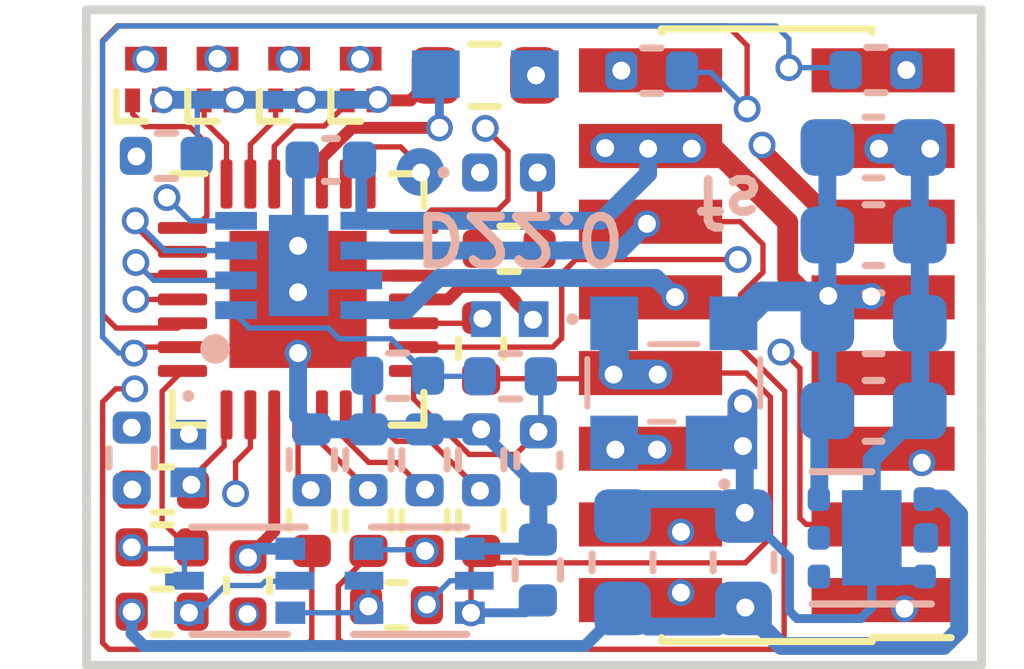
<source format=kicad_pcb>
(kicad_pcb (version 20171130) (host pcbnew "(5.1.12)-1")
  (title_block (title "RTB D22 Plux16 Decoder") (date 2024-11-18) (rev 0) (company "Frank Schumacher") (comment 1 "Lok Decoder Plux16") (comment 2 D22.0) (comment 4 "Licensed under the Apache License, Version 2"))
  (layers (0 F.Cu signal) (1 In1.Cu signal hide) (2 In2.Cu signal hide) (3 In3.Cu signal hide) (4 In4.Cu signal hide) (31 B.Cu signal) (34 B.Paste user hide) (35 F.Paste user hide) (36 B.SilkS user) (37 F.SilkS user) (38 B.Mask user hide) (39 F.Mask user hide) (44 Edge.Cuts user))
  (net 0 "")
  (net 1 GND)
  (net 2 +3V3)
  (net 3 DCC-b)
  (net 4 DCC-a)
  (net 5 RCM.tx)
  (net 6 UDCC-a)
  (net 7 UDCC-b)
  (net 8 ISENS)
  (net 9 PWM2)
  (net 10 PWM1)
  (net 11 M1)
  (net 12 M2)
  (net 13 uSENS2)
  (net 14 uSENS1)
  (net 15 "Net-(Q1-Pad5)")
  (net 16 VHBR)
  (net 17 "Net-(Q2-Pad5)")
  (net 18 UPDI)
  (net 19 Lr)
  (net 20 Lf)
  (net 21 F0r)
  (net 22 F0f)
  (net 23 Vref)
  (net 24 LED.hbt)
  (net 25 "Net-(IC3-Pad1)")
  (net 26 "Net-(Q1-Pad1)")
  (net 27 "Net-(Q2-Pad2)")
  (net 28 AUX1)
  (net 29 AUX2)
  (net 30 P2)
  (net 31 P1)
  (net 32 aSENSE)
  (net 33 DCC-b')
  (net 34 DCC-a')
  (net 35 "Net-(D3-Pad2)")
  (net 36 "Net-(IC2-Pad2)")
  (net 37 "Net-(Q3-Pad2)")
  (net 38 "Net-(J1-Pad16)")
  (net 39 "Net-(J1-Pad15)")
  (net 40 SUSI.dat)
  (net 41 SUSI.clk)
  (net 42 AUX3)
  (net 43 AUX4)
  (module RTB:SON50P200X200X80-9N (layer B.Cu) (at 56.06 -44.65)
    (fp_text reference IC3)
    (fp_text value DRV8231ADSGR)
    (pad 9 smd rect (at 0 0) (size 1 1.7) (layers B.Cu B.Paste B.Mask) (net 1 GND))
    (pad 8 smd rect (at 1.05 0.75 270) (size 0.3 0.7) (layers B.Cu B.Paste B.Mask) (net 12 M2))
    (pad 7 smd rect (at 1.05 0.25 270) (size 0.3 0.7) (layers B.Cu B.Paste B.Mask) (net 1 GND))
    (pad 6 smd rect (at 1.05 -0.25 270) (size 0.3 0.7) (layers B.Cu B.Paste B.Mask) (net 11 M1))
    (pad 5 smd rect (at 1.05 -0.75 270) (size 0.3 0.7) (layers B.Cu B.Paste B.Mask) (net 16 VHBR))
    (pad 4 smd rect (at -1.05 -0.75 270) (size 0.3 0.7) (layers B.Cu B.Paste B.Mask) (net 23 Vref))
    (pad 3 smd rect (at -1.05 -0.25 270) (size 0.3 0.7) (layers B.Cu B.Paste B.Mask) (net 10 PWM1))
    (pad 2 smd rect (at -1.05 0.25 270) (size 0.3 0.7) (layers B.Cu B.Paste B.Mask) (net 9 PWM2))
    (pad 1 smd rect (at -1.05 0.75 270) (size 0.3 0.7) (layers B.Cu B.Paste B.Mask) (net 25 "Net-(IC3-Pad1)"))
  )
  (module RTB:BF998215 (layer B.Cu) (at 62.35 -42.305 180)
    (fp_text reference D8)
    (fp_text value BAS3007ARPPE6327HTSA1)
    (pad 4 smd rect (at -1 1.375 90) (size 0.9 0.8) (layers B.Cu B.Paste B.Mask) (net 16 VHBR))
    (pad 3 smd rect (at 1 1.375 90) (size 0.9 0.8) (layers B.Cu B.Paste B.Mask) (net 3 DCC-b))
    (pad 2 smd rect (at 1 -0.625 90) (size 0.9 0.8) (layers B.Cu B.Paste B.Mask) (net 4 DCC-a))
    (pad 1 smd rect (at -0.8 -0.625 90) (size 0.9 1.2) (layers B.Cu B.Paste B.Mask) (net 1 GND))
  )
  (module Resistor_SMD:R_0402_1005Metric (layer B.Cu) (at 61.98 -47.92 180)
    (fp_text reference R22)
    (fp_text value 470)
    (pad 2 smd roundrect (at 0.51 0 180) (size 0.54 0.64) (layers B.Cu B.Paste B.Mask) (net 38 "Net-(J1-Pad16)"))
    (pad 1 smd roundrect (at -0.51 0 180) (size 0.54 0.64) (layers B.Cu B.Paste B.Mask) (net 40 SUSI.dat))
  )
  (module Resistor_SMD:R_0402_1005Metric (layer B.Cu) (at 65.74 -47.93 180)
    (fp_text reference R21)
    (fp_text value 470)
    (pad 2 smd roundrect (at 0.51 0 180) (size 0.54 0.64) (layers B.Cu B.Paste B.Mask) (net 41 SUSI.clk))
    (pad 1 smd roundrect (at -0.51 0 180) (size 0.54 0.64) (layers B.Cu B.Paste B.Mask) (net 39 "Net-(J1-Pad15)"))
  )
  (module Capacitor_SMD:C_0402_1005Metric (layer F.Cu) (at 55.21 -39.28 270)
    (fp_text reference C8)
    (fp_text value 100n)
    (pad 2 smd roundrect (at 0.48 0 270) (size 0.56 0.62) (layers F.Cu F.Paste F.Mask) (net 1 GND))
    (pad 1 smd roundrect (at -0.48 0 270) (size 0.56 0.62) (layers F.Cu F.Paste F.Mask) (net 2 +3V3))
  )
  (module Capacitor_SMD:C_0603_1608Metric (layer B.Cu) (at 65.7 -42.21)
    (fp_text reference C1)
    (fp_text value 22u/25V)
    (pad 2 smd roundrect (at 0.775 0) (size 0.9 0.95) (layers B.Cu B.Paste B.Mask) (net 1 GND))
    (pad 1 smd roundrect (at -0.775 0) (size 0.9 0.95) (layers B.Cu B.Paste B.Mask) (net 16 VHBR))
  )
  (module Capacitor_SMD:C_0402_1005Metric (layer B.Cu) (at 56.6 -46.42 180)
    (fp_text reference C10)
    (fp_text value 100n)
    (pad 2 smd roundrect (at 0.48 0 180) (size 0.56 0.62) (layers B.Cu B.Paste B.Mask) (net 1 GND))
    (pad 1 smd roundrect (at -0.48 0 180) (size 0.56 0.62) (layers B.Cu B.Paste B.Mask) (net 16 VHBR))
  )
  (module Resistor_SMD:R_0402_1005Metric (layer B.Cu) (at 53.84 -46.49 180)
    (fp_text reference R20)
    (fp_text value 47k)
    (pad 2 smd roundrect (at 0.51 0 180) (size 0.54 0.64) (layers B.Cu B.Paste B.Mask) (net 32 aSENSE))
    (pad 1 smd roundrect (at -0.51 0 180) (size 0.54 0.64) (layers B.Cu B.Paste B.Mask) (net 37 "Net-(Q3-Pad2)"))
  )
  (module Resistor_SMD:R_0603_1608Metric (layer F.Cu) (at 59.18 -47.84 180)
    (fp_text reference R19)
    (fp_text value 1)
    (pad 2 smd roundrect (at 0.825 0 180) (size 0.8 0.95) (layers F.Cu F.Paste F.Mask) (net 37 "Net-(Q3-Pad2)"))
    (pad 1 smd roundrect (at -0.825 0 180) (size 0.8 0.95) (layers F.Cu F.Paste F.Mask) (net 1 GND))
  )
  (module Resistor_SMD:R_0402_1005Metric (layer F.Cu) (at 59.59 -44.93)
    (fp_text reference R3 hide)
    (fp_text value 3.3k)
    (pad 1 smd roundrect (at -0.51 0) (size 0.54 0.64) (layers F.Cu F.Paste F.Mask) (net 24 LED.hbt))
    (pad 2 smd roundrect (at 0.51 0) (size 0.54 0.64) (layers F.Cu F.Paste F.Mask) (net 35 "Net-(D3-Pad2)"))
  )
  (module Package_SON:WSON-6-1EP_2x2mm_P0.65mm_EP1x1.6mm (layer B.Cu) (at 65.67 -40.08 180)
    (fp_text reference IC2)
    (fp_text value NCP730BM)
    (pad 7 smd rect (at 0 0 180) (size 1 1.6) (layers B.Cu B.Mask) (net 1 GND))
    (pad 6 smd roundrect (at 0.8875 0.65 180) (size 0.375 0.4) (layers B.Cu B.Paste B.Mask) (net 16 VHBR))
    (pad 5 smd roundrect (at 0.8875 0 180) (size 0.375 0.4) (layers B.Cu B.Paste B.Mask))
    (pad 4 smd roundrect (at 0.8875 -0.65 180) (size 0.375 0.4) (layers B.Cu B.Paste B.Mask))
    (pad 3 smd roundrect (at -0.8875 -0.65 180) (size 0.375 0.4) (layers B.Cu B.Paste B.Mask) (net 1 GND))
    (pad 2 smd roundrect (at -0.8875 0 180) (size 0.375 0.4) (layers B.Cu B.Paste B.Mask) (net 36 "Net-(IC2-Pad2)"))
    (pad 1 smd roundrect (at -0.8875 0.65 180) (size 0.375 0.4) (layers B.Cu B.Paste B.Mask) (net 2 +3V3))
  )
  (module Connector_PinHeader_1.27mm:PinHeader_2x08_P1.27mm_Vertical_SMD (layer F.Cu) (at 63.91 -43.48 180)
    (fp_text reference J1 hide)
    (fp_text value Conn_02x08_Counter_Clockwise)
    (pad 16 smd rect (at 1.95 4.445 180) (size 2.4 0.74) (layers F.Cu F.Paste F.Mask) (net 38 "Net-(J1-Pad16)"))
    (pad 15 smd rect (at -1.95 4.445 180) (size 2.4 0.74) (layers F.Cu F.Paste F.Mask) (net 39 "Net-(J1-Pad15)"))
    (pad 14 smd rect (at 1.95 3.175 180) (size 2.4 0.74) (layers F.Cu F.Paste F.Mask) (net 16 VHBR))
    (pad 13 smd rect (at -1.95 3.175 180) (size 2.4 0.74) (layers F.Cu F.Paste F.Mask) (net 1 GND))
    (pad 12 smd rect (at 1.95 1.905 180) (size 2.4 0.74) (layers F.Cu F.Paste F.Mask) (net 11 M1))
    (pad 11 smd rect (at -1.95 1.905 180) (size 2.4 0.74) (layers F.Cu F.Paste F.Mask) (net 20 Lf))
    (pad 10 smd rect (at 1.95 0.635 180) (size 2.4 0.74) (layers F.Cu F.Paste F.Mask) (net 12 M2))
    (pad 9 smd rect (at -1.95 0.635 180) (size 2.4 0.74) (layers F.Cu F.Paste F.Mask) (net 16 VHBR))
    (pad 8 smd rect (at 1.95 -0.635 180) (size 2.4 0.74) (layers F.Cu F.Paste F.Mask) (net 3 DCC-b))
    (pad 7 smd rect (at -1.95 -0.635 180) (size 2.4 0.74) (layers F.Cu F.Paste F.Mask))
    (pad 6 smd rect (at 1.95 -1.905 180) (size 2.4 0.74) (layers F.Cu F.Paste F.Mask) (net 4 DCC-a))
    (pad 5 smd rect (at -1.95 -1.905 180) (size 2.4 0.74) (layers F.Cu F.Paste F.Mask) (net 19 Lr))
    (pad 4 smd rect (at 1.95 -3.175 180) (size 2.4 0.74) (layers F.Cu F.Paste F.Mask) (net 31 P1))
    (pad 3 smd rect (at -1.95 -3.175 180) (size 2.4 0.74) (layers F.Cu F.Paste F.Mask) (net 42 AUX3))
    (pad 2 smd rect (at 1.95 -4.445 180) (size 2.4 0.74) (layers F.Cu F.Paste F.Mask) (net 30 P2))
    (pad 1 smd rect (at -1.95 -4.445 180) (size 2.4 0.74) (layers F.Cu F.Paste F.Mask) (net 43 AUX4))
  )
  (module RTB:SM5819L2TP (layer B.Cu) (at 54.21 -41.41 270)
    (fp_text reference D2)
    (fp_text value SM5819L2-TP)
    (pad 1 smd rect (at -0.4 0 270) (size 0.5 0.6) (layers B.Cu B.Paste B.Mask) (net 2 +3V3))
    (pad 2 smd rect (at 0.4 0 270) (size 0.5 0.6) (layers B.Cu B.Paste B.Mask) (net 34 DCC-a'))
  )
  (module RTB:SM5819L2TP (layer B.Cu) (at 59.6 -43.75 180)
    (fp_text reference D1)
    (fp_text value SM5819L2-TP)
    (pad 1 smd rect (at -0.4 0 180) (size 0.5 0.6) (layers B.Cu B.Paste B.Mask) (net 2 +3V3))
    (pad 2 smd rect (at 0.4 0 180) (size 0.5 0.6) (layers B.Cu B.Paste B.Mask) (net 33 DCC-b'))
  )
  (module Capacitor_SMD:C_0603_1608Metric (layer B.Cu) (at 63.52 -39.67 90)
    (fp_text reference C5)
    (fp_text value 22u/6V)
    (pad 2 smd roundrect (at 0.775 0 90) (size 0.9 0.95) (layers B.Cu B.Paste B.Mask) (net 1 GND))
    (pad 1 smd roundrect (at -0.775 0 90) (size 0.9 0.95) (layers B.Cu B.Paste B.Mask) (net 2 +3V3))
  )
  (module Capacitor_SMD:C_0603_1608Metric (layer B.Cu) (at 61.49 -39.67 90)
    (fp_text reference C3)
    (fp_text value 22u/6V)
    (pad 2 smd roundrect (at 0.775 0 90) (size 0.9 0.95) (layers B.Cu B.Paste B.Mask) (net 1 GND))
    (pad 1 smd roundrect (at -0.775 0 90) (size 0.9 0.95) (layers B.Cu B.Paste B.Mask) (net 2 +3V3))
  )
  (module RTB:DummyNet-Connector (layer B.Cu) (at 58.36 -47.86)
    (fp_text reference J3)
    (fp_text value Conn_01x01 hide)
    (pad 1 smd rect (at 0 0) (size 0.8 0.8) (layers B.Cu B.Mask) (net 2 +3V3))
  )
  (module RTB:DummyNet-Connector (layer B.Cu) (at 60.02 -47.86)
    (fp_text reference J4 hide)
    (fp_text value Conn_01x01 hide)
    (pad 1 smd rect (at 0 0) (size 0.8 0.8) (layers B.Cu B.Mask) (net 1 GND))
  )
  (module RTB:DummyNet-Connector (layer B.Cu) (at 58.1 -46.22)
    (fp_text reference J2 hide)
    (fp_text value Conn_01x01 hide)
    (pad 1 smd oval (at 0 0) (size 0.8 0.8) (layers B.Cu B.Mask) (net 18 UPDI))
  )
  (module Package_DFN_QFN:QFN-28-1EP_4x4mm_P0.4mm_EP2.3x2.3mm (layer F.Cu) (at 56.05 -44.08)
    (fp_text reference IC1 hide)
    (fp_text value AVR64DD28-I_STX)
    (pad 1 smd roundrect (at -1.9375 -1.2) (size 0.825 0.2) (layers F.Cu F.Paste F.Mask) (net 28 AUX1))
    (pad 2 smd roundrect (at -1.9375 -0.8) (size 0.825 0.2) (layers F.Cu F.Paste F.Mask) (net 10 PWM1))
    (pad 3 smd roundrect (at -1.9375 -0.4) (size 0.825 0.2) (layers F.Cu F.Paste F.Mask) (net 9 PWM2))
    (pad 4 smd roundrect (at -1.9375 0) (size 0.825 0.2) (layers F.Cu F.Paste F.Mask) (net 43 AUX4))
    (pad 5 smd roundrect (at -1.9375 0.4) (size 0.825 0.2) (layers F.Cu F.Paste F.Mask) (net 40 SUSI.dat))
    (pad 6 smd roundrect (at -1.9375 0.8) (size 0.825 0.2) (layers F.Cu F.Paste F.Mask) (net 41 SUSI.clk))
    (pad 7 smd roundrect (at -1.9375 1.2) (size 0.825 0.2) (layers F.Cu F.Paste F.Mask) (net 5 RCM.tx))
    (pad 8 smd roundrect (at -1.2 1.9375) (size 0.2 0.825) (layers F.Cu F.Paste F.Mask) (net 34 DCC-a'))
    (pad 9 smd roundrect (at -0.8 1.9375) (size 0.2 0.825) (layers F.Cu F.Paste F.Mask) (net 32 aSENSE))
    (pad 10 smd roundrect (at -0.4 1.9375) (size 0.2 0.825) (layers F.Cu F.Paste F.Mask) (net 2 +3V3))
    (pad 11 smd roundrect (at 0 1.9375) (size 0.2 0.825) (layers F.Cu F.Paste F.Mask) (net 13 uSENS2))
    (pad 12 smd roundrect (at 0.4 1.9375) (size 0.2 0.825) (layers F.Cu F.Paste F.Mask) (net 14 uSENS1))
    (pad 13 smd roundrect (at 0.8 1.9375) (size 0.2 0.825) (layers F.Cu F.Paste F.Mask) (net 6 UDCC-a))
    (pad 14 smd roundrect (at 1.2 1.9375) (size 0.2 0.825) (layers F.Cu F.Paste F.Mask) (net 7 UDCC-b))
    (pad 15 smd roundrect (at 1.9375 1.2) (size 0.825 0.2) (layers F.Cu F.Paste F.Mask) (net 8 ISENS))
    (pad 16 smd roundrect (at 1.9375 0.8) (size 0.825 0.2) (layers F.Cu F.Paste F.Mask) (net 23 Vref))
    (pad 17 smd roundrect (at 1.9375 0.4) (size 0.825 0.2) (layers F.Cu F.Paste F.Mask) (net 33 DCC-b'))
    (pad 18 smd roundrect (at 1.9375 0) (size 0.825 0.2) (layers F.Cu F.Paste F.Mask) (net 2 +3V3))
    (pad 19 smd roundrect (at 1.9375 -0.4) (size 0.825 0.2) (layers F.Cu F.Paste F.Mask) (net 1 GND))
    (pad 20 smd roundrect (at 1.9375 -0.8) (size 0.825 0.2) (layers F.Cu F.Paste F.Mask) (net 24 LED.hbt))
    (pad 21 smd roundrect (at 1.9375 -1.2) (size 0.825 0.2) (layers F.Cu F.Paste F.Mask) (net 42 AUX3))
    (pad 22 smd roundrect (at 1.2 -1.9375) (size 0.2 0.825) (layers F.Cu F.Paste F.Mask))
    (pad 23 smd roundrect (at 0.8 -1.9375) (size 0.2 0.825) (layers F.Cu F.Paste F.Mask) (net 18 UPDI))
    (pad 24 smd roundrect (at 0.4 -1.9375) (size 0.2 0.825) (layers F.Cu F.Paste F.Mask) (net 2 +3V3))
    (pad 25 smd roundrect (at 0 -1.9375) (size 0.2 0.825) (layers F.Cu F.Paste F.Mask) (net 1 GND))
    (pad 26 smd roundrect (at -0.4 -1.9375) (size 0.2 0.825) (layers F.Cu F.Paste F.Mask) (net 29 AUX2))
    (pad 27 smd roundrect (at -0.8 -1.9375) (size 0.2 0.825) (layers F.Cu F.Paste F.Mask) (net 21 F0r))
    (pad 28 smd roundrect (at -1.2 -1.9375) (size 0.2 0.825) (layers F.Cu F.Paste F.Mask) (net 22 F0f))
    (pad 29 smd rect (at 0 0) (size 2.3 2.3) (layers F.Cu F.Mask) (net 1 GND))
  )
  (module Capacitor_SMD:C_0603_1608Metric (layer B.Cu) (at 65.7 -46.63)
    (fp_text reference C7 hide)
    (fp_text value 10u/25V)
    (pad 2 smd roundrect (at 0.775 0) (size 0.9 0.95) (layers B.Cu B.Paste B.Mask) (net 1 GND))
    (pad 1 smd roundrect (at -0.775 0) (size 0.9 0.95) (layers B.Cu B.Paste B.Mask) (net 16 VHBR))
  )
  (module Capacitor_SMD:C_0603_1608Metric (layer B.Cu) (at 65.7 -45.16)
    (fp_text reference C4 hide)
    (fp_text value 22u/25V)
    (pad 2 smd roundrect (at 0.775 0) (size 0.9 0.95) (layers B.Cu B.Paste B.Mask) (net 1 GND))
    (pad 1 smd roundrect (at -0.775 0) (size 0.9 0.95) (layers B.Cu B.Paste B.Mask) (net 16 VHBR))
  )
  (module Package_DFN_QFN:Diodes_DFN1006-3 (layer F.Cu) (at 53.5 -47.77 90)
    (fp_text reference Q6 hide)
    (fp_text value PMZB200UNEYL)
    (pad 3 smd rect (at 0.35 0) (size 0.7 0.4) (layers F.Cu F.Paste F.Mask) (net 31 P1))
    (pad 2 smd rect (at -0.35 0.225) (size 0.25 0.4) (layers F.Cu F.Paste F.Mask) (net 37 "Net-(Q3-Pad2)"))
    (pad 1 smd rect (at -0.35 -0.225) (size 0.25 0.4) (layers F.Cu F.Paste F.Mask) (net 28 AUX1))
  )
  (module Package_DFN_QFN:Diodes_DFN1006-3 (layer F.Cu) (at 57.1 -47.77 90)
    (fp_text reference Q4 hide)
    (fp_text value PMZB200UNEYL)
    (pad 3 smd rect (at 0.35 0) (size 0.7 0.4) (layers F.Cu F.Paste F.Mask) (net 30 P2))
    (pad 2 smd rect (at -0.35 0.225) (size 0.25 0.4) (layers F.Cu F.Paste F.Mask) (net 37 "Net-(Q3-Pad2)"))
    (pad 1 smd rect (at -0.35 -0.225) (size 0.25 0.4) (layers F.Cu F.Paste F.Mask) (net 29 AUX2))
  )
  (module Package_TO_SOT_SMD:SOT-666 (layer B.Cu) (at 55.07 -39.36 180)
    (fp_text reference Q2 hide)
    (fp_text value BC857BDW1 hide)
    (pad 6 smd rect (at 0.85 0.5375 180) (size 0.5 0.375) (layers B.Cu B.Paste B.Mask) (net 17 "Net-(Q2-Pad5)"))
    (pad 4 smd rect (at 0.85 -0.5375 180) (size 0.5 0.375) (layers B.Cu B.Paste B.Mask) (net 27 "Net-(Q2-Pad2)"))
    (pad 2 smd rect (at -0.925 0 180) (size 0.65 0.3) (layers B.Cu B.Paste B.Mask) (net 27 "Net-(Q2-Pad2)"))
    (pad 5 smd rect (at 0.925 0 180) (size 0.65 0.3) (layers B.Cu B.Paste B.Mask) (net 17 "Net-(Q2-Pad5)"))
    (pad 3 smd rect (at -0.85 -0.5375 180) (size 0.5 0.375) (layers B.Cu B.Paste B.Mask) (net 26 "Net-(Q1-Pad1)"))
    (pad 1 smd rect (at -0.85 0.5375 180) (size 0.5 0.375) (layers B.Cu B.Paste B.Mask) (net 2 +3V3))
  )
  (module LED_SMD:LED_0402_1005Metric (layer B.Cu) (at 59.58 -46.21)
    (fp_text reference D3 hide)
    (fp_text value LED)
    (pad 2 smd roundrect (at 0.485 0) (size 0.59 0.64) (layers B.Cu B.Paste B.Mask) (net 35 "Net-(D3-Pad2)"))
    (pad 1 smd roundrect (at -0.485 0) (size 0.59 0.64) (layers B.Cu B.Paste B.Mask) (net 1 GND))
  )
  (module Package_DFN_QFN:Diodes_DFN1006-3 (layer F.Cu) (at 54.7 -47.77 90)
    (fp_text reference Q3 hide)
    (fp_text value PMZB200UNEYL)
    (pad 3 smd rect (at 0.35 0) (size 0.7 0.4) (layers F.Cu F.Paste F.Mask) (net 20 Lf))
    (pad 2 smd rect (at -0.35 0.225) (size 0.25 0.4) (layers F.Cu F.Paste F.Mask) (net 37 "Net-(Q3-Pad2)"))
    (pad 1 smd rect (at -0.35 -0.225) (size 0.25 0.4) (layers F.Cu F.Paste F.Mask) (net 22 F0f))
  )
  (module Package_DFN_QFN:Diodes_DFN1006-3 (layer F.Cu) (at 55.9 -47.77 90)
    (fp_text reference Q5 hide)
    (fp_text value PMZB200UNEYL)
    (pad 3 smd rect (at 0.35 0) (size 0.7 0.4) (layers F.Cu F.Paste F.Mask) (net 19 Lr))
    (pad 2 smd rect (at -0.35 0.225) (size 0.25 0.4) (layers F.Cu F.Paste F.Mask) (net 37 "Net-(Q3-Pad2)"))
    (pad 1 smd rect (at -0.35 -0.225) (size 0.25 0.4) (layers F.Cu F.Paste F.Mask) (net 21 F0r))
  )
  (module Capacitor_SMD:C_0603_1608Metric (layer B.Cu) (at 65.7 -43.68)
    (fp_text reference C2 hide)
    (fp_text value 22u/25V)
    (pad 2 smd roundrect (at 0.775 0) (size 0.9 0.95) (layers B.Cu B.Paste B.Mask) (net 1 GND))
    (pad 1 smd roundrect (at -0.775 0) (size 0.9 0.95) (layers B.Cu B.Paste B.Mask) (net 16 VHBR))
  )
  (module Resistor_SMD:R_0402_1005Metric (layer F.Cu) (at 53.77 -38.84)
    (fp_text reference R4 hide)
    (fp_text value 22)
    (pad 1 smd roundrect (at -0.51 0) (size 0.54 0.64) (layers F.Cu F.Paste F.Mask) (net 2 +3V3))
    (pad 2 smd roundrect (at 0.51 0) (size 0.54 0.64) (layers F.Cu F.Paste F.Mask) (net 27 "Net-(Q2-Pad2)"))
  )
  (module Resistor_SMD:R_0402_1005Metric (layer F.Cu) (at 57.7 -38.95 180)
    (fp_text reference R5 hide)
    (fp_text value 10k)
    (pad 1 smd roundrect (at -0.51 0 180) (size 0.54 0.64) (layers F.Cu F.Paste F.Mask) (net 15 "Net-(Q1-Pad5)"))
    (pad 2 smd roundrect (at 0.51 0 180) (size 0.54 0.64) (layers F.Cu F.Paste F.Mask) (net 26 "Net-(Q1-Pad1)"))
  )
  (module Capacitor_SMD:C_0402_1005Metric (layer B.Cu) (at 60.08 -41.38 270)
    (fp_text reference C6 hide)
    (fp_text value 1u hide)
    (pad 1 smd roundrect (at -0.48 0 270) (size 0.56 0.62) (layers B.Cu B.Paste B.Mask) (net 8 ISENS))
    (pad 2 smd roundrect (at 0.48 0 270) (size 0.56 0.62) (layers B.Cu B.Paste B.Mask) (net 1 GND))
  )
  (module Resistor_SMD:R_0402_1005Metric (layer B.Cu) (at 59.12 -41.39 90)
    (fp_text reference R10 hide)
    (fp_text value 9.1k)
    (pad 1 smd roundrect (at -0.51 0 90) (size 0.54 0.64) (layers B.Cu B.Paste B.Mask) (net 7 UDCC-b))
    (pad 2 smd roundrect (at 0.51 0 90) (size 0.54 0.64) (layers B.Cu B.Paste B.Mask) (net 1 GND))
  )
  (module Resistor_SMD:R_0402_1005Metric (layer B.Cu) (at 58.17 -41.39 90)
    (fp_text reference R9 hide)
    (fp_text value 9.1k)
    (pad 1 smd roundrect (at -0.51 0 90) (size 0.54 0.64) (layers B.Cu B.Paste B.Mask) (net 6 UDCC-a))
    (pad 2 smd roundrect (at 0.51 0 90) (size 0.54 0.64) (layers B.Cu B.Paste B.Mask) (net 1 GND))
  )
  (module Resistor_SMD:R_0402_1005Metric (layer B.Cu) (at 56.28 -41.39 270)
    (fp_text reference R16 hide)
    (fp_text value 12k)
    (pad 1 smd roundrect (at -0.51 0 270) (size 0.54 0.64) (layers B.Cu B.Paste B.Mask) (net 1 GND))
    (pad 2 smd roundrect (at 0.51 0 270) (size 0.54 0.64) (layers B.Cu B.Paste B.Mask) (net 13 uSENS2))
  )
  (module Resistor_SMD:R_0402_1005Metric (layer B.Cu) (at 57.23 -41.39 270)
    (fp_text reference R18 hide)
    (fp_text value 12k)
    (pad 1 smd roundrect (at -0.51 0 270) (size 0.54 0.64) (layers B.Cu B.Paste B.Mask) (net 1 GND))
    (pad 2 smd roundrect (at 0.51 0 270) (size 0.54 0.64) (layers B.Cu B.Paste B.Mask) (net 14 uSENS1))
  )
  (module Resistor_SMD:R_0402_1005Metric (layer B.Cu) (at 60.07 -39.54 270)
    (fp_text reference R12 hide)
    (fp_text value 10k)
    (pad 1 smd roundrect (at -0.51 0 270) (size 0.54 0.64) (layers B.Cu B.Paste B.Mask) (net 1 GND))
    (pad 2 smd roundrect (at 0.51 0 270) (size 0.54 0.64) (layers B.Cu B.Paste B.Mask) (net 3 DCC-b))
  )
  (module Resistor_SMD:R_0402_1005Metric (layer B.Cu) (at 53.26 -41.42 270)
    (fp_text reference R11 hide)
    (fp_text value 10k)
    (pad 1 smd roundrect (at -0.51 0 270) (size 0.54 0.64) (layers B.Cu B.Paste B.Mask) (net 1 GND))
    (pad 2 smd roundrect (at 0.51 0 270) (size 0.54 0.64) (layers B.Cu B.Paste B.Mask) (net 4 DCC-a))
  )
  (module Resistor_SMD:R_0402_1005Metric (layer F.Cu) (at 53.78 -40.89)
    (fp_text reference R2 hide)
    (fp_text value 33k)
    (pad 1 smd roundrect (at -0.51 0) (size 0.54 0.64) (layers F.Cu F.Paste F.Mask) (net 4 DCC-a))
    (pad 2 smd roundrect (at 0.51 0) (size 0.54 0.64) (layers F.Cu F.Paste F.Mask) (net 34 DCC-a'))
  )
  (module Resistor_SMD:R_0402_1005Metric (layer F.Cu) (at 59.12 -43.26 90)
    (fp_text reference R1 hide)
    (fp_text value 33k)
    (pad 1 smd roundrect (at -0.51 0 90) (size 0.54 0.64) (layers F.Cu F.Paste F.Mask) (net 3 DCC-b))
    (pad 2 smd roundrect (at 0.51 0 90) (size 0.54 0.64) (layers F.Cu F.Paste F.Mask) (net 33 DCC-b'))
  )
  (module Resistor_SMD:R_0402_1005Metric (layer F.Cu) (at 57.23 -40.37 270)
    (fp_text reference R17 hide)
    (fp_text value 33k)
    (pad 1 smd roundrect (at -0.51 0 270) (size 0.54 0.64) (layers F.Cu F.Paste F.Mask) (net 14 uSENS1))
    (pad 2 smd roundrect (at 0.51 0 270) (size 0.54 0.64) (layers F.Cu F.Paste F.Mask) (net 11 M1))
  )
  (module Resistor_SMD:R_0402_1005Metric (layer F.Cu) (at 56.28 -40.37 270)
    (fp_text reference R15 hide)
    (fp_text value 33k)
    (pad 1 smd roundrect (at -0.51 0 270) (size 0.54 0.64) (layers F.Cu F.Paste F.Mask) (net 13 uSENS2))
    (pad 2 smd roundrect (at 0.51 0 270) (size 0.54 0.64) (layers F.Cu F.Paste F.Mask) (net 12 M2))
  )
  (module Resistor_SMD:R_0402_1005Metric (layer F.Cu) (at 58.17 -40.37 90)
    (fp_text reference R7 hide)
    (fp_text value 220k)
    (pad 1 smd roundrect (at -0.51 0 90) (size 0.54 0.64) (layers F.Cu F.Paste F.Mask) (net 4 DCC-a))
    (pad 2 smd roundrect (at 0.51 0 90) (size 0.54 0.64) (layers F.Cu F.Paste F.Mask) (net 6 UDCC-a))
  )
  (module Resistor_SMD:R_0402_1005Metric (layer F.Cu) (at 59.12 -40.37 90)
    (fp_text reference R8 hide)
    (fp_text value 220k)
    (pad 1 smd roundrect (at -0.51 0 90) (size 0.54 0.64) (layers F.Cu F.Paste F.Mask) (net 3 DCC-b))
    (pad 2 smd roundrect (at 0.51 0 90) (size 0.54 0.64) (layers F.Cu F.Paste F.Mask) (net 7 UDCC-b))
  )
  (module Resistor_SMD:R_0402_1005Metric (layer F.Cu) (at 53.77 -39.92 180)
    (fp_text reference R6 hide)
    (fp_text value 10k)
    (pad 1 smd roundrect (at -0.51 0 180) (size 0.54 0.64) (layers F.Cu F.Paste F.Mask) (net 5 RCM.tx))
    (pad 2 smd roundrect (at 0.51 0 180) (size 0.54 0.64) (layers F.Cu F.Paste F.Mask) (net 17 "Net-(Q2-Pad5)"))
  )
  (module Resistor_SMD:R_0402_1005Metric (layer B.Cu) (at 59.61 -42.79)
    (fp_text reference R14 hide)
    (fp_text value 220k)
    (pad 1 smd roundrect (at -0.51 0) (size 0.54 0.64) (layers B.Cu B.Paste B.Mask) (net 25 "Net-(IC3-Pad1)"))
    (pad 2 smd roundrect (at 0.51 0) (size 0.54 0.64) (layers B.Cu B.Paste B.Mask) (net 8 ISENS))
  )
  (module Resistor_SMD:R_0402_1005Metric (layer B.Cu) (at 57.72 -42.8)
    (fp_text reference R13 hide)
    (fp_text value 3.3k)
    (pad 1 smd roundrect (at -0.51 0) (size 0.54 0.64) (layers B.Cu B.Paste B.Mask) (net 1 GND))
    (pad 2 smd roundrect (at 0.51 0) (size 0.54 0.64) (layers B.Cu B.Paste B.Mask) (net 25 "Net-(IC3-Pad1)"))
  )
  (module Package_TO_SOT_SMD:SOT-666 (layer B.Cu) (at 58.08 -39.36)
    (fp_text reference Q1 hide)
    (fp_text value BC847BDW1 hide)
    (pad 6 smd rect (at 0.85 0.5375) (size 0.5 0.375) (layers B.Cu B.Paste B.Mask) (net 3 DCC-b))
    (pad 4 smd rect (at 0.85 -0.5375) (size 0.5 0.375) (layers B.Cu B.Paste B.Mask) (net 1 GND))
    (pad 2 smd rect (at -0.925 0) (size 0.65 0.3) (layers B.Cu B.Paste B.Mask) (net 26 "Net-(Q1-Pad1)"))
    (pad 5 smd rect (at 0.925 0) (size 0.65 0.3) (layers B.Cu B.Paste B.Mask) (net 15 "Net-(Q1-Pad5)"))
    (pad 3 smd rect (at -0.85 -0.5375) (size 0.5 0.375) (layers B.Cu B.Paste B.Mask) (net 4 DCC-a))
    (pad 1 smd rect (at -0.85 0.5375) (size 0.5 0.375) (layers B.Cu B.Paste B.Mask) (net 26 "Net-(Q1-Pad1)"))
  )
  (gr_text fs (at 63.94 -45.73 180) (layer B.SilkS) (effects (font (size 0.8 0.8)) (justify right mirror)))
  (gr_text D22.0 (at 61.6 -45.11 180) (layer B.SilkS) (effects (font (size 0.8 0.8)) (justify right mirror)))
  (gr_line (start 52.503 -37.94) (end 52.5 -48.94) (layer Edge.Cuts) (width 0.15))
  (gr_line (start 67.50464 -48.94) (end 67.51 -37.94) (layer Edge.Cuts) (width 0.15))
  (gr_line (start 52.5 -48.94) (end 67.50464 -48.94) (layer Edge.Cuts) (width 0.15))
  (gr_line (start 67.51 -37.94) (end 52.503 -37.94) (layer Edge.Cuts) (width 0.15))
  (via (at 55.2 -38.8) (size 0.4) (drill 0.3) (layers F.Cu B.Cu) (net 1))
  (via (at 59.1 -46.21) (size 0.45) (drill 0.3) (layers F.Cu B.Cu) (net 1))
  (via (at 60.04 -47.84) (size 0.45) (drill 0.3) (layers F.Cu B.Cu) (net 1))
  (segment (start 59.12 -41.9) (end 58.17 -41.9) (width 0.3) (layer B.Cu) (net 1))
  (segment (start 58.17 -41.9) (end 57.23 -41.9) (width 0.3) (layer B.Cu) (net 1))
  (segment (start 57.23 -41.9) (end 56.28 -41.9) (width 0.3) (layer B.Cu) (net 1))
  (segment (start 56.45 -44.48) (end 56.05 -44.08) (width 0.2) (layer F.Cu) (net 1))
  (segment (start 57.9875 -44.48) (end 56.45 -44.48) (width 0.2) (layer F.Cu) (net 1))
  (segment (start 59.12 -41.86) (end 60.08 -40.9) (width 0.2) (layer B.Cu) (net 1))
  (segment (start 59.12 -41.9) (end 59.12 -41.9) (width 0.15) (layer B.Cu) (net 1))
  (via (at 53.26 -41.93) (size 0.45) (drill 0.3) (layers F.Cu B.Cu) (net 1))
  (segment (start 58.93 -39.8975) (end 59.0775 -39.8975) (width 0.09) (layer B.Cu) (net 1))
  (segment (start 59.9175 -39.8975) (end 60.07 -40.05) (width 0.15) (layer B.Cu) (net 1))
  (segment (start 58.93 -39.8975) (end 59.9175 -39.8975) (width 0.2) (layer B.Cu) (net 1))
  (segment (start 60.08 -40.06) (end 60.07 -40.05) (width 0.15) (layer B.Cu) (net 1))
  (segment (start 60.08 -40.9) (end 60.08 -40.06) (width 0.3) (layer B.Cu) (net 1))
  (segment (start 59.12 -41.9) (end 59.12 -41.86) (width 0.15) (layer B.Cu) (net 1))
  (via (at 59.12 -41.9) (size 0.45) (drill 0.3) (layers F.Cu B.Cu) (net 1))
  (segment (start 60.07 -40.05) (end 60.205 -40.05) (width 0.15) (layer B.Cu) (net 1))
  (segment (start 66.485 -43.67) (end 66.475 -43.68) (width 0.3) (layer B.Cu) (net 1))
  (segment (start 66.485 -42.21) (end 66.485 -43.67) (width 0.3) (layer B.Cu) (net 1))
  (segment (start 66.475 -43.68) (end 66.475 -45.16) (width 0.3) (layer B.Cu) (net 1))
  (segment (start 66.475 -45.16) (end 66.475 -46.63) (width 0.3) (layer B.Cu) (net 1))
  (segment (start 66.475 -46.63) (end 66.475 -46.63) (width 0.3) (layer B.Cu) (net 1))
  (via (at 65.79 -46.61) (size 0.45) (drill 0.3) (layers F.Cu B.Cu) (net 1))
  (segment (start 65.67 -41.395) (end 66.485 -42.21) (width 0.3) (layer B.Cu) (net 1))
  (segment (start 65.67 -39.94) (end 65.67 -41.395) (width 0.3) (layer B.Cu) (net 1))
  (segment (start 63.54 -41.62) (end 63.54 -41.62) (width 0.3) (layer B.Cu) (net 1))
  (segment (start 63.105 -40.73) (end 63.39 -40.445) (width 0.3) (layer B.Cu) (net 1))
  (segment (start 61.875 -40.73) (end 63.105 -40.73) (width 0.3) (layer B.Cu) (net 1))
  (segment (start 61.59 -40.445) (end 61.875 -40.73) (width 0.3) (layer B.Cu) (net 1))
  (segment (start 56.05 -46.0175) (end 56.05 -44.08) (width 0.2) (layer F.Cu) (net 1))
  (segment (start 57.21 -41.92) (end 57.23 -41.9) (width 0.15) (layer B.Cu) (net 1))
  (segment (start 57.21 -42.8) (end 57.21 -41.92) (width 0.15) (layer B.Cu) (net 1))
  (segment (start 63.54 -41.62) (end 63.54 -41.62) (width 0.3) (layer B.Cu) (net 1))
  (segment (start 56.31 -44.4) (end 56.06 -44.65) (width 0.3) (layer B.Cu) (net 1))
  (segment (start 57.11 -44.4) (end 56.31 -44.4) (width 0.3) (layer B.Cu) (net 1))
  (via (at 56.05 -44.98) (size 0.45) (drill 0.3) (layers F.Cu B.Cu) (net 1))
  (via (at 56.05 -44.2) (size 0.45) (drill 0.3) (layers F.Cu B.Cu) (net 1))
  (via (at 66.65 -46.61) (size 0.45) (drill 0.3) (layers F.Cu B.Cu) (net 1))
  (segment (start 63.54 -40.5) (end 63.54 -40.5) (width 0.3) (layer B.Cu) (net 1))
  (via (at 63.54 -40.5) (size 0.45) (drill 0.3) (layers F.Cu B.Cu) (net 1))
  (via (at 56.05 -43.18) (size 0.45) (drill 0.3) (layers F.Cu B.Cu) (net 1))
  (segment (start 56.05 -42.13) (end 56.28 -41.9) (width 0.3) (layer B.Cu) (net 1))
  (segment (start 56.05 -43.18) (end 56.05 -42.13) (width 0.3) (layer B.Cu) (net 1))
  (segment (start 66.65 -46.61) (end 65.79 -46.61) (width 0.5) (layer B.Cu) (net 1))
  (segment (start 56.06 -46.17) (end 56.3 -46.41) (width 0.2) (layer B.Cu) (net 1))
  (segment (start 56.06 -44.65) (end 56.06 -46.17) (width 0.2) (layer B.Cu) (net 1))
  (segment (start 63.54 -40.5) (end 64.29 -39.75) (width 0.15) (layer B.Cu) (net 1))
  (segment (start 64.29 -38.85) (end 64.41499 -38.72501) (width 0.15) (layer B.Cu) (net 1))
  (segment (start 64.29 -39.75) (end 64.29 -38.85) (width 0.15) (layer B.Cu) (net 1))
  (segment (start 64.41499 -38.72501) (end 65.49 -38.72501) (width 0.15) (layer B.Cu) (net 1))
  (segment (start 65.49 -38.72501) (end 65.49 -38.73) (width 0.15) (layer B.Cu) (net 1))
  (segment (start 65.67 -38.91) (end 65.67 -39.94) (width 0.15) (layer B.Cu) (net 1))
  (segment (start 65.49 -38.73) (end 65.67 -38.91) (width 0.15) (layer B.Cu) (net 1))
  (via (at 63.51 -42.33) (size 0.4) (drill 0.3) (layers F.Cu B.Cu) (net 1))
  (segment (start 65.82 -39.44) (end 65.64 -39.62) (width 0.3) (layer B.Cu) (net 1))
  (segment (start 66.58 -39.44) (end 65.82 -39.44) (width 0.3) (layer B.Cu) (net 1))
  (segment (start 63.54 -40.5) (end 63.54 -41.62) (width 0.3) (layer B.Cu) (net 1))
  (via (at 63.51 -41.62) (size 0.4) (drill 0.3) (layers F.Cu B.Cu) (net 1))
  (segment (start 63.54 -41.62) (end 63.51 -41.62) (width 0.3) (layer B.Cu) (net 1))
  (segment (start 63.12 -41.65) (end 62.99 -41.65) (width 0.5) (layer B.Cu) (net 1))
  (segment (start 63.5 -42.32) (end 63.5 -42.07) (width 0.5) (layer B.Cu) (net 1))
  (segment (start 63.51 -42.33) (end 63.5 -42.32) (width 0.5) (layer B.Cu) (net 1))
  (via (at 59.99 -43.74) (size 0.45) (drill 0.3) (layers F.Cu B.Cu) (net 2))
  (via (at 53.26 -38.84) (size 0.45) (drill 0.3) (layers F.Cu B.Cu) (net 2))
  (via (at 55.21 -39.75) (size 0.45) (drill 0.3) (layers F.Cu B.Cu) (net 2))
  (segment (start 55.92 -39.8975) (end 55.9025 -39.8975) (width 0.15) (layer B.Cu) (net 2))
  (segment (start 59.69001 -44.03999) (end 59.99 -43.74) (width 0.2) (layer F.Cu) (net 2))
  (segment (start 59.69001 -44.064478) (end 59.69001 -44.03999) (width 0.2) (layer F.Cu) (net 2))
  (segment (start 59.464478 -44.29001) (end 59.69001 -44.064478) (width 0.2) (layer F.Cu) (net 2))
  (segment (start 58.565512 -44.08) (end 58.775522 -44.29001) (width 0.2) (layer F.Cu) (net 2))
  (segment (start 58.775522 -44.29001) (end 59.464478 -44.29001) (width 0.2) (layer F.Cu) (net 2))
  (segment (start 57.9875 -44.08) (end 58.565512 -44.08) (width 0.2) (layer F.Cu) (net 2))
  (segment (start 61.92 -38.59) (end 63.08 -38.59) (width 0.3) (layer B.Cu) (net 2))
  (segment (start 63.08 -38.59) (end 63.4 -38.91) (width 0.3) (layer B.Cu) (net 2))
  (segment (start 61.6 -38.91) (end 61.92 -38.59) (width 0.3) (layer B.Cu) (net 2))
  (via (at 58.42 -46.96) (size 0.45) (drill 0.3) (layers F.Cu B.Cu) (net 2))
  (via (at 54.22 -41.82) (size 0.45) (drill 0.3) (layers F.Cu B.Cu) (net 2))
  (via (at 63.55 -38.91) (size 0.45) (drill 0.3) (layers F.Cu B.Cu) (net 2))
  (segment (start 53.26 -38.47) (end 53.26 -38.84) (width 0.2) (layer B.Cu) (net 2))
  (segment (start 53.46499 -38.26501) (end 53.26 -38.47) (width 0.2) (layer B.Cu) (net 2))
  (segment (start 60.86001 -38.26501) (end 53.46499 -38.26501) (width 0.2) (layer B.Cu) (net 2))
  (segment (start 61.49 -38.895) (end 60.86001 -38.26501) (width 0.2) (layer B.Cu) (net 2))
  (segment (start 55.21 -39.75) (end 55.13 -39.75) (width 0.2) (layer B.Cu) (net 2))
  (segment (start 55.3575 -39.8975) (end 55.21 -39.75) (width 0.2) (layer B.Cu) (net 2))
  (segment (start 55.92 -39.8975) (end 55.3575 -39.8975) (width 0.2) (layer B.Cu) (net 2))
  (segment (start 55.65 -40.19) (end 55.21 -39.75) (width 0.2) (layer F.Cu) (net 2))
  (segment (start 55.65 -42.1425) (end 55.65 -40.19) (width 0.2) (layer F.Cu) (net 2))
  (segment (start 63.5925 -38.8225) (end 63.52 -38.895) (width 0.3) (layer B.Cu) (net 2))
  (segment (start 64.09999 -38.31501) (end 63.5925 -38.8225) (width 0.3) (layer B.Cu) (net 2))
  (segment (start 64.14999 -38.26501) (end 64.09999 -38.31501) (width 0.2) (layer B.Cu) (net 2))
  (segment (start 66.87501 -38.26501) (end 64.14999 -38.26501) (width 0.3) (layer B.Cu) (net 2))
  (segment (start 66.92501 -38.31501) (end 66.87501 -38.26501) (width 0.2) (layer B.Cu) (net 2))
  (segment (start 67.133755 -40.476245) (end 67.134706 -38.524704) (width 0.3) (layer B.Cu) (net 2))
  (segment (start 66.87 -40.74) (end 67.133755 -40.476245) (width 0.3) (layer B.Cu) (net 2))
  (segment (start 67.134706 -38.524704) (end 66.92501 -38.31501) (width 0.3) (layer B.Cu) (net 2))
  (segment (start 66.5575 -40.74) (end 66.87 -40.74) (width 0.3) (layer B.Cu) (net 2))
  (segment (start 58.42 -46.96) (end 58.330002 -46.96) (width 0.2) (layer F.Cu) (net 2))
  (segment (start 56.45 -46.45428) (end 56.95572 -46.96) (width 0.2) (layer F.Cu) (net 2))
  (segment (start 56.45 -46.0175) (end 56.45 -46.45428) (width 0.2) (layer F.Cu) (net 2))
  (segment (start 56.95572 -46.96) (end 58.42 -46.96) (width 0.2) (layer F.Cu) (net 2))
  (segment (start 58.42 -47.74) (end 58.33 -47.83) (width 0.15) (layer B.Cu) (net 2))
  (segment (start 58.42 -46.96) (end 58.42 -47.74) (width 0.15) (layer B.Cu) (net 2))
  (via (at 58.95 -38.82) (size 0.45) (drill 0.3) (layers F.Cu B.Cu) (net 3))
  (segment (start 58.95 -39.69) (end 59.12 -39.86) (width 0.09) (layer F.Cu) (net 3))
  (segment (start 58.95 -38.78) (end 58.95 -39.69) (width 0.09) (layer F.Cu) (net 3))
  (segment (start 59.8625 -38.8225) (end 60.07 -39.03) (width 0.15) (layer B.Cu) (net 3))
  (segment (start 58.93 -38.8225) (end 59.8625 -38.8225) (width 0.15) (layer B.Cu) (net 3))
  (segment (start 61.185 -42.845) (end 61.395 -42.845) (width 0.09) (layer F.Cu) (net 3))
  (segment (start 59.12 -42.75) (end 61.34 -42.75) (width 0.09) (layer F.Cu) (net 3))
  (segment (start 61.395 -42.845) (end 61.96 -42.845) (width 0.09) (layer F.Cu) (net 3))
  (segment (start 61.35 -43.705) (end 61.35 -42.85) (width 0.5) (layer B.Cu) (net 3))
  (segment (start 61.34 -42.75) (end 61.865 -42.75) (width 0.09) (layer F.Cu) (net 3))
  (via (at 61.34 -42.82) (size 0.45) (drill 0.3) (layers F.Cu B.Cu) (net 3))
  (via (at 62.08 -42.82) (size 0.45) (drill 0.3) (layers F.Cu B.Cu) (net 3))
  (segment (start 61.36 -42.82) (end 61.34 -42.84) (width 0.5) (layer B.Cu) (net 3))
  (segment (start 62.08 -42.82) (end 61.36 -42.82) (width 0.5) (layer B.Cu) (net 3))
  (segment (start 63.97 -40.08) (end 63.97 -42.440574) (width 0.09) (layer F.Cu) (net 3))
  (segment (start 63.55 -39.66) (end 63.97 -40.08) (width 0.09) (layer F.Cu) (net 3))
  (segment (start 59.32 -39.66) (end 63.55 -39.66) (width 0.09) (layer F.Cu) (net 3))
  (segment (start 59.12 -39.86) (end 59.32 -39.66) (width 0.09) (layer F.Cu) (net 3))
  (segment (start 63.565574 -42.845) (end 61.96 -42.845) (width 0.09) (layer F.Cu) (net 3))
  (segment (start 63.97 -42.440574) (end 63.565574 -42.845) (width 0.09) (layer F.Cu) (net 3))
  (via (at 61.37 -41.56) (size 0.45) (drill 0.3) (layers F.Cu B.Cu) (net 4))
  (via (at 58.18 -39.86) (size 0.45) (drill 0.3) (layers F.Cu B.Cu) (net 4))
  (via (at 53.27 -40.89) (size 0.45) (drill 0.3) (layers F.Cu B.Cu) (net 4))
  (segment (start 57.2475 -39.88) (end 57.23 -39.8975) (width 0.09) (layer B.Cu) (net 4))
  (segment (start 58.18 -39.88) (end 57.2475 -39.88) (width 0.09) (layer B.Cu) (net 4))
  (via (at 62.07 -41.56) (size 0.45) (drill 0.3) (layers F.Cu B.Cu) (net 4))
  (segment (start 62.07 -41.56) (end 61.37 -41.56) (width 0.5) (layer B.Cu) (net 4))
  (segment (start 54.2 -39.92) (end 54.28 -39.92) (width 0.09) (layer F.Cu) (net 5))
  (segment (start 53.77 -40.35) (end 54.2 -39.92) (width 0.09) (layer F.Cu) (net 5))
  (segment (start 53.77 -42.5375) (end 53.77 -40.35) (width 0.09) (layer F.Cu) (net 5))
  (segment (start 54.1125 -42.88) (end 53.77 -42.5375) (width 0.09) (layer F.Cu) (net 5))
  (via (at 58.18 -40.89) (size 0.45) (drill 0.3) (layers F.Cu B.Cu) (net 6))
  (segment (start 56.85 -41.73) (end 57.23499 -41.34501) (width 0.09) (layer F.Cu) (net 6))
  (segment (start 57.70499 -41.34501) (end 58.17 -40.88) (width 0.09) (layer F.Cu) (net 6))
  (segment (start 56.85 -42.1425) (end 56.85 -41.73) (width 0.09) (layer F.Cu) (net 6))
  (segment (start 57.23499 -41.34501) (end 57.70499 -41.34501) (width 0.09) (layer F.Cu) (net 6))
  (via (at 59.1 -40.87) (size 0.45) (drill 0.3) (layers F.Cu B.Cu) (net 7))
  (segment (start 57.25 -42.1425) (end 57.6925 -41.7) (width 0.09) (layer F.Cu) (net 7))
  (segment (start 57.6925 -41.7) (end 58.27 -41.7) (width 0.09) (layer F.Cu) (net 7))
  (segment (start 58.27 -41.7) (end 59.1 -40.87) (width 0.09) (layer F.Cu) (net 7))
  (via (at 60.08 -41.86) (size 0.45) (drill 0.3) (layers F.Cu B.Cu) (net 8))
  (segment (start 59.699999 -41.479999) (end 60.08 -41.86) (width 0.09) (layer F.Cu) (net 8))
  (segment (start 58.918399 -41.479999) (end 59.699999 -41.479999) (width 0.09) (layer F.Cu) (net 8))
  (segment (start 57.9875 -42.410898) (end 58.918399 -41.479999) (width 0.09) (layer F.Cu) (net 8))
  (segment (start 57.9875 -42.88) (end 57.9875 -42.410898) (width 0.09) (layer F.Cu) (net 8))
  (segment (start 60.12 -41.9) (end 60.08 -41.86) (width 0.09) (layer B.Cu) (net 8))
  (segment (start 60.12 -42.79) (end 60.12 -41.9) (width 0.09) (layer B.Cu) (net 8))
  (segment (start 53.55 -44.48) (end 53.33 -44.7) (width 0.09) (layer F.Cu) (net 9))
  (via (at 53.33 -44.7) (size 0.45) (drill 0.3) (layers F.Cu B.Cu) (net 9))
  (segment (start 54.1125 -44.48) (end 53.55 -44.48) (width 0.09) (layer F.Cu) (net 9))
  (segment (start 55.01 -44.4) (end 53.63 -44.4) (width 0.09) (layer B.Cu) (net 9))
  (segment (start 53.63 -44.4) (end 53.33 -44.7) (width 0.09) (layer B.Cu) (net 9))
  (segment (start 53.82 -44.9) (end 53.32 -45.4) (width 0.09) (layer B.Cu) (net 10))
  (segment (start 55.01 -44.9) (end 53.82 -44.9) (width 0.09) (layer B.Cu) (net 10))
  (via (at 53.32 -45.4) (size 0.45) (drill 0.3) (layers F.Cu B.Cu) (net 10))
  (segment (start 54.1125 -44.88) (end 53.753502 -44.88) (width 0.09) (layer F.Cu) (net 10))
  (segment (start 53.753502 -44.88) (end 53.32 -45.313502) (width 0.09) (layer F.Cu) (net 10))
  (segment (start 53.32 -45.313502) (end 53.32 -45.4) (width 0.09) (layer F.Cu) (net 10))
  (via (at 61.9 -45.35) (size 0.45) (drill 0.3) (layers F.Cu B.Cu) (net 11))
  (segment (start 61.455012 -44.905012) (end 61.9 -45.35) (width 0.3) (layer B.Cu) (net 11))
  (segment (start 60.523599 -44.905012) (end 61.455012 -44.905012) (width 0.3) (layer B.Cu) (net 11))
  (segment (start 60.518587 -44.9) (end 60.523599 -44.905012) (width 0.3) (layer B.Cu) (net 11))
  (segment (start 57.14 -44.9) (end 60.518587 -44.9) (width 0.3) (layer B.Cu) (net 11))
  (segment (start 63.845357 -45.004643) (end 63.465 -45.385) (width 0.09) (layer F.Cu) (net 11))
  (segment (start 63.845357 -44.535357) (end 63.845357 -45.004643) (width 0.09) (layer F.Cu) (net 11))
  (segment (start 63.465 -45.385) (end 61.96 -45.385) (width 0.09) (layer F.Cu) (net 11))
  (segment (start 63.47 -44.16) (end 63.845357 -44.535357) (width 0.09) (layer F.Cu) (net 11))
  (segment (start 64.210011 -42.539989) (end 63.47 -43.28) (width 0.09) (layer F.Cu) (net 11))
  (segment (start 64.210011 -39.980585) (end 64.210011 -42.539989) (width 0.09) (layer F.Cu) (net 11))
  (segment (start 63.47 -43.28) (end 63.47 -44.16) (width 0.09) (layer F.Cu) (net 11))
  (segment (start 64.2 -39.970574) (end 64.210011 -39.980585) (width 0.09) (layer F.Cu) (net 11))
  (segment (start 56.89999 -38.21001) (end 64.03001 -38.21001) (width 0.09) (layer F.Cu) (net 11))
  (segment (start 57.23 -39.776706) (end 56.72499 -39.271696) (width 0.09) (layer F.Cu) (net 11))
  (segment (start 56.72499 -39.271696) (end 56.72499 -38.38501) (width 0.09) (layer F.Cu) (net 11))
  (segment (start 56.72499 -38.38501) (end 56.89999 -38.21001) (width 0.09) (layer F.Cu) (net 11))
  (segment (start 57.23 -39.86) (end 57.23 -39.776706) (width 0.09) (layer F.Cu) (net 11))
  (segment (start 64.03001 -38.21001) (end 64.2 -38.38) (width 0.09) (layer F.Cu) (net 11))
  (segment (start 64.2 -38.38) (end 64.2 -39.970574) (width 0.09) (layer F.Cu) (net 11))
  (via (at 62.37 -44.12) (size 0.45) (drill 0.3) (layers F.Cu B.Cu) (net 12))
  (segment (start 62.050011 -44.439989) (end 62.37 -44.12) (width 0.3) (layer B.Cu) (net 12))
  (segment (start 58.406399 -44.439989) (end 62.050011 -44.439989) (width 0.3) (layer B.Cu) (net 12))
  (segment (start 57.86641 -43.9) (end 58.406399 -44.439989) (width 0.3) (layer B.Cu) (net 12))
  (segment (start 56.98 -43.9) (end 57.86641 -43.9) (width 0.3) (layer B.Cu) (net 12))
  (segment (start 56.28 -39.86) (end 56.2 -39.86) (width 0.09) (layer F.Cu) (net 12))
  (segment (start 56.28 -39.86) (end 56.12 -39.86) (width 0.09) (layer F.Cu) (net 12))
  (segment (start 53.27 -42.6) (end 53.27 -42.6) (width 0.09) (layer F.Cu) (net 12))
  (segment (start 56.12 -38.21001) (end 52.87999 -38.21001) (width 0.09) (layer F.Cu) (net 12))
  (segment (start 52.772905 -38.317095) (end 52.772905 -42.360335) (width 0.09) (layer F.Cu) (net 12))
  (segment (start 56.28 -38.37001) (end 56.12 -38.21001) (width 0.09) (layer F.Cu) (net 12))
  (segment (start 52.772905 -42.360335) (end 52.992656 -42.580086) (width 0.09) (layer F.Cu) (net 12))
  (via (at 53.310854 -42.580086) (size 0.45) (drill 0.3) (layers F.Cu B.Cu) (net 12))
  (segment (start 52.992656 -42.580086) (end 53.310854 -42.580086) (width 0.09) (layer F.Cu) (net 12))
  (segment (start 56.28 -39.86) (end 56.28 -38.37001) (width 0.09) (layer F.Cu) (net 12))
  (segment (start 52.87999 -38.21001) (end 52.772905 -38.317095) (width 0.09) (layer F.Cu) (net 12))
  (via (at 56.26 -40.88) (size 0.45) (drill 0.3) (layers F.Cu B.Cu) (net 13))
  (segment (start 56.05 -41.11) (end 56.28 -40.88) (width 0.09) (layer F.Cu) (net 13))
  (segment (start 56.05 -42.1425) (end 56.05 -41.11) (width 0.09) (layer F.Cu) (net 13))
  (via (at 57.22 -40.88) (size 0.45) (drill 0.3) (layers F.Cu B.Cu) (net 14))
  (segment (start 56.45 -42.1425) (end 56.45 -41.66) (width 0.09) (layer F.Cu) (net 14))
  (segment (start 56.45 -41.66) (end 57.23 -40.88) (width 0.09) (layer F.Cu) (net 14))
  (via (at 58.21 -38.96) (size 0.45) (drill 0.3) (layers F.Cu B.Cu) (net 15))
  (segment (start 58.6 -39.36) (end 58.21 -38.97) (width 0.09) (layer B.Cu) (net 15))
  (segment (start 59.005 -39.36) (end 58.6 -39.36) (width 0.09) (layer B.Cu) (net 15))
  (via (at 61.2 -46.62) (size 0.4) (drill 0.3) (layers F.Cu B.Cu) (net 16))
  (segment (start 61.96 -46.655) (end 61.96 -46.655) (width 0.5) (layer F.Cu) (net 16))
  (via (at 61.92 -46.61) (size 0.45) (drill 0.3) (layers F.Cu B.Cu) (net 16))
  (segment (start 64.925 -46.63) (end 64.925 -45.16) (width 0.3) (layer B.Cu) (net 16))
  (segment (start 64.925 -45.16) (end 64.925 -44.075) (width 0.3) (layer B.Cu) (net 16))
  (segment (start 64.895 -46.66) (end 64.925 -46.63) (width 0.3) (layer B.Cu) (net 16))
  (segment (start 64.925 -44.075) (end 64.925 -43.68) (width 0.3) (layer B.Cu) (net 16))
  (via (at 65.66 -44.13) (size 0.45) (drill 0.3) (layers F.Cu B.Cu) (net 16))
  (segment (start 62.980002 -46.655) (end 62.685 -46.655) (width 0.35) (layer F.Cu) (net 16))
  (segment (start 64.26 -45.375002) (end 62.980002 -46.655) (width 0.35) (layer F.Cu) (net 16))
  (segment (start 64.26 -44.45) (end 64.26 -45.375002) (width 0.35) (layer F.Cu) (net 16))
  (segment (start 64.595 -44.115) (end 64.26 -44.45) (width 0.35) (layer F.Cu) (net 16))
  (segment (start 65.86 -44.115) (end 64.595 -44.115) (width 0.35) (layer F.Cu) (net 16))
  (via (at 64.94 -44.14) (size 0.45) (drill 0.3) (layers F.Cu B.Cu) (net 16))
  (segment (start 64.95 -44.13) (end 64.94 -44.14) (width 0.3) (layer B.Cu) (net 16))
  (segment (start 65.66 -44.13) (end 64.95 -44.13) (width 0.4) (layer B.Cu) (net 16))
  (segment (start 57.11 -46.26) (end 57.26 -46.41) (width 0.2) (layer B.Cu) (net 16))
  (segment (start 57.11 -45.4) (end 57.11 -46.26) (width 0.2) (layer B.Cu) (net 16))
  (segment (start 61.92 -46.19) (end 61.92 -46.61) (width 0.3) (layer B.Cu) (net 16))
  (segment (start 61.13 -45.4) (end 61.92 -46.19) (width 0.3) (layer B.Cu) (net 16))
  (segment (start 57.15 -45.4) (end 61.13 -45.4) (width 0.3) (layer B.Cu) (net 16))
  (segment (start 62.685 -46.655) (end 61.96 -46.655) (width 0.35) (layer F.Cu) (net 16))
  (via (at 62.65 -46.61) (size 0.4) (drill 0.3) (layers F.Cu B.Cu) (net 16))
  (segment (start 61.91 -46.62) (end 61.92 -46.61) (width 0.5) (layer B.Cu) (net 16))
  (segment (start 61.2 -46.62) (end 61.91 -46.62) (width 0.5) (layer B.Cu) (net 16))
  (segment (start 61.92 -46.62) (end 62.64 -46.62) (width 0.5) (layer B.Cu) (net 16))
  (segment (start 64.925 -42.22) (end 64.925 -43.68) (width 0.3) (layer B.Cu) (net 16))
  (segment (start 64.935 -42.21) (end 64.925 -42.22) (width 0.3) (layer B.Cu) (net 16))
  (segment (start 64.79 -42.065) (end 64.935 -42.21) (width 0.3) (layer B.Cu) (net 16))
  (segment (start 64.79 -40.76) (end 64.79 -42.065) (width 0.3) (layer B.Cu) (net 16))
  (segment (start 64.93 -44.13) (end 63.825 -44.13) (width 0.5) (layer B.Cu) (net 16))
  (segment (start 63.825 -44.13) (end 63.375 -43.68) (width 0.5) (layer B.Cu) (net 16))
  (segment (start 64.94 -44.14) (end 64.93 -44.13) (width 0.5) (layer B.Cu) (net 16))
  (segment (start 54.145 -39.8225) (end 54.22 -39.8975) (width 0.09) (layer B.Cu) (net 17))
  (segment (start 54.145 -39.36) (end 54.145 -39.8225) (width 0.09) (layer B.Cu) (net 17))
  (via (at 53.26 -39.92) (size 0.45) (drill 0.3) (layers F.Cu B.Cu) (net 17))
  (segment (start 53.2825 -39.8975) (end 53.26 -39.92) (width 0.09) (layer B.Cu) (net 17))
  (segment (start 54.22 -39.8975) (end 53.2825 -39.8975) (width 0.09) (layer B.Cu) (net 17))
  (via (at 58.11 -46.21) (size 0.45) (drill 0.3) (layers F.Cu B.Cu) (net 18))
  (segment (start 58.11 -46.3) (end 58.11 -46.21) (width 0.09) (layer F.Cu) (net 18))
  (segment (start 57.06 -46.64) (end 57.77 -46.64) (width 0.09) (layer F.Cu) (net 18))
  (segment (start 57.77 -46.64) (end 58.11 -46.3) (width 0.09) (layer F.Cu) (net 18))
  (segment (start 56.85 -46.43) (end 57.06 -46.64) (width 0.09) (layer F.Cu) (net 18))
  (segment (start 56.85 -46.0175) (end 56.85 -46.43) (width 0.09) (layer F.Cu) (net 18))
  (via (at 55.9 -48.11) (size 0.45) (drill 0.3) (layers F.Cu B.Cu) (net 19))
  (via (at 66.51 -41.34) (size 0.45) (drill 0.3) (layers F.Cu B.Cu) (net 19))
  (via (at 54.7 -48.12) (size 0.45) (drill 0.3) (layers F.Cu B.Cu) (net 20))
  (segment (start 65.56001 -45.33499) (end 65.47 -45.425) (width 0.09) (layer F.Cu) (net 20))
  (via (at 63.83 -46.67) (size 0.45) (drill 0.3) (layers F.Cu B.Cu) (net 20))
  (segment (start 65.86 -45.385) (end 65.03 -45.385) (width 0.3) (layer F.Cu) (net 20))
  (segment (start 65.03 -45.385) (end 63.83 -46.585) (width 0.3) (layer F.Cu) (net 20))
  (segment (start 63.83 -46.585) (end 63.83 -46.67) (width 0.3) (layer F.Cu) (net 20))
  (segment (start 55.25 -46.68) (end 55.25 -46.0175) (width 0.09) (layer F.Cu) (net 21))
  (segment (start 55.675 -47.105) (end 55.25 -46.68) (width 0.09) (layer F.Cu) (net 21))
  (segment (start 55.675 -47.42) (end 55.675 -47.105) (width 0.09) (layer F.Cu) (net 21))
  (segment (start 54.475 -47.42) (end 54.475 -47.075) (width 0.09) (layer F.Cu) (net 22))
  (segment (start 54.85 -46.7) (end 54.85 -46.0175) (width 0.09) (layer F.Cu) (net 22))
  (segment (start 54.475 -47.075) (end 54.85 -46.7) (width 0.09) (layer F.Cu) (net 22))
  (via (at 63.425356 -44.750009) (size 0.45) (drill 0.3) (layers F.Cu B.Cu) (net 23))
  (segment (start 57.9875 -43.28) (end 60.32 -43.28) (width 0.09) (layer F.Cu) (net 23))
  (segment (start 60.32 -43.28) (end 60.47 -43.43) (width 0.09) (layer F.Cu) (net 23))
  (segment (start 60.47 -43.43) (end 60.47 -44.513294) (width 0.09) (layer F.Cu) (net 23))
  (segment (start 60.47 -44.513294) (end 60.706715 -44.750009) (width 0.09) (layer F.Cu) (net 23))
  (segment (start 60.706715 -44.750009) (end 63.425356 -44.750009) (width 0.09) (layer F.Cu) (net 23))
  (via (at 53.85 -45.79) (size 0.45) (drill 0.3) (layers F.Cu B.Cu) (net 23))
  (segment (start 55.01 -45.4) (end 54.24 -45.4) (width 0.09) (layer B.Cu) (net 23))
  (segment (start 54.24 -45.4) (end 53.85 -45.79) (width 0.09) (layer B.Cu) (net 23))
  (segment (start 59.03 -44.88) (end 59.08 -44.93) (width 0.09) (layer F.Cu) (net 24))
  (segment (start 57.9875 -44.88) (end 59.03 -44.88) (width 0.09) (layer F.Cu) (net 24))
  (segment (start 58.24 -42.79) (end 58.23 -42.8) (width 0.09) (layer B.Cu) (net 25))
  (segment (start 59.1 -42.79) (end 58.24 -42.79) (width 0.09) (layer B.Cu) (net 25))
  (segment (start 56.738998 -43.42) (end 57.61 -43.42) (width 0.09) (layer B.Cu) (net 25))
  (segment (start 57.61 -43.42) (end 58.23 -42.8) (width 0.09) (layer B.Cu) (net 25))
  (segment (start 56.564999 -43.593999) (end 56.738998 -43.42) (width 0.09) (layer B.Cu) (net 25))
  (segment (start 56.564999 -43.6) (end 56.564999 -43.593999) (width 0.09) (layer B.Cu) (net 25))
  (segment (start 55.23 -43.6) (end 56.564999 -43.6) (width 0.09) (layer B.Cu) (net 25))
  (segment (start 55 -43.83) (end 55.23 -43.6) (width 0.09) (layer B.Cu) (net 25))
  (segment (start 57.23 -39.285) (end 57.155 -39.36) (width 0.09) (layer B.Cu) (net 26))
  (segment (start 57.23 -38.8225) (end 57.23 -38.95) (width 0.09) (layer B.Cu) (net 26))
  (segment (start 57.23 -38.95) (end 57.23 -39.285) (width 0.09) (layer B.Cu) (net 26))
  (via (at 57.23 -38.93) (size 0.45) (drill 0.3) (layers F.Cu B.Cu) (net 26))
  (segment (start 55.92 -38.8225) (end 57.23 -38.8225) (width 0.09) (layer B.Cu) (net 26))
  (segment (start 54.22 -38.8225) (end 54.22 -38.8225) (width 0.09) (layer B.Cu) (net 27))
  (via (at 54.22 -38.8225) (size 0.45) (drill 0.3) (layers F.Cu B.Cu) (net 27))
  (segment (start 55.43 -39.28) (end 55.5 -39.35) (width 0.09) (layer B.Cu) (net 27))
  (segment (start 54.83 -39.28) (end 55.43 -39.28) (width 0.09) (layer B.Cu) (net 27))
  (segment (start 54.3725 -38.8225) (end 54.83 -39.28) (width 0.09) (layer B.Cu) (net 27))
  (segment (start 55.5 -39.35) (end 55.94 -39.35) (width 0.09) (layer B.Cu) (net 27))
  (segment (start 54.22 -38.8225) (end 54.3725 -38.8225) (width 0.09) (layer B.Cu) (net 27))
  (segment (start 54.520482 -45.480482) (end 54.32 -45.28) (width 0.09) (layer F.Cu) (net 28))
  (segment (start 54.520482 -46.689518) (end 54.520482 -45.480482) (width 0.09) (layer F.Cu) (net 28))
  (segment (start 54.23 -46.98) (end 54.520482 -46.689518) (width 0.09) (layer F.Cu) (net 28))
  (segment (start 53.49 -46.98) (end 54.23 -46.98) (width 0.09) (layer F.Cu) (net 28))
  (segment (start 54.32 -45.28) (end 54.1125 -45.28) (width 0.09) (layer F.Cu) (net 28))
  (segment (start 53.275 -47.195) (end 53.49 -46.98) (width 0.09) (layer F.Cu) (net 28))
  (segment (start 53.275 -47.42) (end 53.275 -47.195) (width 0.09) (layer F.Cu) (net 28))
  (segment (start 55.65 -46.65) (end 55.65 -46.0175) (width 0.09) (layer F.Cu) (net 29))
  (segment (start 55.99 -46.99) (end 55.65 -46.65) (width 0.09) (layer F.Cu) (net 29))
  (segment (start 56.49 -46.99) (end 55.99 -46.99) (width 0.09) (layer F.Cu) (net 29))
  (segment (start 56.875 -47.375) (end 56.49 -46.99) (width 0.09) (layer F.Cu) (net 29))
  (segment (start 56.875 -47.42) (end 56.875 -47.375) (width 0.09) (layer F.Cu) (net 29))
  (via (at 57.09 -48.11) (size 0.45) (drill 0.3) (layers F.Cu B.Cu) (net 30))
  (via (at 62.47 -39.16) (size 0.45) (drill 0.3) (layers F.Cu B.Cu) (net 30))
  (via (at 62.47 -40.18) (size 0.45) (drill 0.3) (layers F.Cu B.Cu) (net 31))
  (via (at 53.49 -48.11) (size 0.45) (drill 0.3) (layers F.Cu B.Cu) (net 31))
  (via (at 53.34 -46.48) (size 0.45) (drill 0.3) (layers F.Cu B.Cu) (net 32))
  (via (at 55.001693 -40.821337) (size 0.45) (drill 0.3) (layers F.Cu B.Cu) (net 32))
  (segment (start 55.001693 -41.349324) (end 55.001693 -40.821337) (width 0.09) (layer F.Cu) (net 32))
  (segment (start 55.25 -41.597631) (end 55.001693 -41.349324) (width 0.09) (layer F.Cu) (net 32))
  (segment (start 55.25 -42.1425) (end 55.25 -41.597631) (width 0.09) (layer F.Cu) (net 32))
  (segment (start 58.97 -43.68) (end 59.1 -43.81) (width 0.09) (layer F.Cu) (net 33))
  (segment (start 57.9875 -43.68) (end 58.97 -43.68) (width 0.09) (layer F.Cu) (net 33))
  (segment (start 59.1 -43.81) (end 59.13 -43.84) (width 0.09) (layer F.Cu) (net 33))
  (via (at 59.14 -43.76) (size 0.45) (drill 0.3) (layers F.Cu B.Cu) (net 33))
  (via (at 54.26 -40.97) (size 0.45) (drill 0.3) (layers F.Cu B.Cu) (net 34))
  (segment (start 54.81 -41.62) (end 54.28 -41.09) (width 0.09) (layer F.Cu) (net 34))
  (segment (start 54.81 -42.1025) (end 54.81 -41.62) (width 0.09) (layer F.Cu) (net 34))
  (segment (start 54.28 -41.09) (end 54.28 -40.87) (width 0.09) (layer F.Cu) (net 34))
  (segment (start 54.85 -42.1425) (end 54.81 -42.1025) (width 0.09) (layer F.Cu) (net 34))
  (via (at 60.065 -46.21) (size 0.45) (drill 0.3) (layers F.Cu B.Cu) (net 35))
  (segment (start 60.1 -46.175) (end 60.065 -46.21) (width 0.09) (layer F.Cu) (net 35))
  (segment (start 60.1 -44.93) (end 60.1 -46.175) (width 0.09) (layer F.Cu) (net 35))
  (segment (start 57.935 -47.42) (end 58.355 -47.84) (width 0.2) (layer F.Cu) (net 37))
  (segment (start 57.325 -47.42) (end 57.935 -47.42) (width 0.2) (layer F.Cu) (net 37))
  (via (at 56.19 -47.43) (size 0.45) (drill 0.3) (layers F.Cu B.Cu) (net 37))
  (via (at 54.99 -47.43) (size 0.45) (drill 0.3) (layers F.Cu B.Cu) (net 37))
  (via (at 53.79 -47.43) (size 0.45) (drill 0.3) (layers F.Cu B.Cu) (net 37))
  (segment (start 54.99 -47.43) (end 56.19 -47.43) (width 0.3) (layer B.Cu) (net 37))
  (segment (start 54.36 -46.51) (end 54.34 -46.49) (width 0.09) (layer B.Cu) (net 37))
  (segment (start 54.36 -47.43) (end 54.36 -46.51) (width 0.09) (layer B.Cu) (net 37))
  (segment (start 53.79 -47.43) (end 54.36 -47.43) (width 0.3) (layer B.Cu) (net 37))
  (segment (start 54.36 -47.43) (end 54.99 -47.43) (width 0.3) (layer B.Cu) (net 37))
  (via (at 57.39 -47.43501) (size 0.45) (drill 0.3) (layers F.Cu B.Cu) (net 37))
  (segment (start 56.19 -47.43) (end 57.38499 -47.43) (width 0.3) (layer B.Cu) (net 37))
  (segment (start 57.38499 -47.43) (end 57.39 -47.43501) (width 0.3) (layer B.Cu) (net 37))
  (segment (start 61.435 -47.925) (end 61.13 -47.925) (width 0.09) (layer F.Cu) (net 38))
  (via (at 61.47 -47.92) (size 0.45) (drill 0.3) (layers F.Cu B.Cu) (net 38))
  (segment (start 66.165 -47.965) (end 66.165 -47.965) (width 0.2) (layer F.Cu) (net 39))
  (via (at 66.25 -47.93) (size 0.45) (drill 0.3) (layers F.Cu B.Cu) (net 39))
  (via (at 63.579124 -47.279124) (size 0.45) (drill 0.3) (layers F.Cu B.Cu) (net 40))
  (segment (start 62.968248 -47.89) (end 62.49 -47.89) (width 0.09) (layer B.Cu) (net 40))
  (segment (start 63.579124 -47.279124) (end 62.968248 -47.89) (width 0.09) (layer B.Cu) (net 40))
  (segment (start 52.770418 -48.420419) (end 52.771554 -43.828446) (width 0.09) (layer F.Cu) (net 40))
  (segment (start 53.01999 -48.66999) (end 52.770418 -48.420419) (width 0.09) (layer F.Cu) (net 40))
  (segment (start 54.0325 -43.6) (end 54.1125 -43.68) (width 0.09) (layer F.Cu) (net 40))
  (segment (start 53 -43.6) (end 54.0325 -43.6) (width 0.09) (layer F.Cu) (net 40))
  (segment (start 63.25001 -48.66999) (end 53.01999 -48.66999) (width 0.09) (layer F.Cu) (net 40))
  (segment (start 63.579124 -48.340876) (end 63.25001 -48.66999) (width 0.09) (layer F.Cu) (net 40))
  (segment (start 52.771554 -43.828446) (end 53 -43.6) (width 0.09) (layer F.Cu) (net 40))
  (segment (start 63.579124 -47.279124) (end 63.579124 -48.340876) (width 0.09) (layer F.Cu) (net 40))
  (via (at 64.28 -47.97) (size 0.45) (drill 0.3) (layers F.Cu B.Cu) (net 41))
  (segment (start 65.19 -47.97) (end 65.23 -47.93) (width 0.09) (layer B.Cu) (net 41))
  (segment (start 64.28 -47.97) (end 65.19 -47.97) (width 0.09) (layer B.Cu) (net 41))
  (segment (start 53.4 -43.28) (end 53.3 -43.18) (width 0.09) (layer F.Cu) (net 41))
  (segment (start 54.1125 -43.28) (end 53.4 -43.28) (width 0.09) (layer F.Cu) (net 41))
  (via (at 53.3 -43.18) (size 0.45) (drill 0.3) (layers F.Cu B.Cu) (net 41))
  (segment (start 64.28 -48.45) (end 64.28 -47.97) (width 0.09) (layer B.Cu) (net 41))
  (segment (start 64.06001 -48.66999) (end 64.28 -48.45) (width 0.09) (layer B.Cu) (net 41))
  (segment (start 52.771561 -48.401561) (end 53.03 -48.66) (width 0.09) (layer B.Cu) (net 41))
  (segment (start 52.771561 -43.448439) (end 52.771561 -48.401561) (width 0.09) (layer B.Cu) (net 41))
  (segment (start 53.04 -43.18) (end 52.771561 -43.448439) (width 0.09) (layer B.Cu) (net 41))
  (segment (start 53.03 -48.66999) (end 64.06001 -48.66999) (width 0.09) (layer B.Cu) (net 41))
  (segment (start 53.03 -48.66) (end 53.03 -48.66999) (width 0.09) (layer B.Cu) (net 41))
  (segment (start 53.3 -43.18) (end 53.04 -43.18) (width 0.09) (layer B.Cu) (net 41))
  (segment (start 57.9875 -45.28) (end 58.2875 -45.58) (width 0.09) (layer F.Cu) (net 42))
  (segment (start 58.2875 -45.58) (end 59.4 -45.58) (width 0.09) (layer F.Cu) (net 42))
  (segment (start 59.4 -45.58) (end 59.57 -45.75) (width 0.09) (layer F.Cu) (net 42))
  (via (at 59.19 -46.95) (size 0.45) (drill 0.3) (layers F.Cu B.Cu) (net 42))
  (segment (start 59.57 -46.57) (end 59.19 -46.95) (width 0.09) (layer F.Cu) (net 42))
  (segment (start 59.57 -45.75) (end 59.57 -46.57) (width 0.09) (layer F.Cu) (net 42))
  (segment (start 64.464999 -42.925001) (end 64.26 -43.13) (width 0.09) (layer F.Cu) (net 42))
  (segment (start 64.464999 -40.410001) (end 64.464999 -42.925001) (width 0.09) (layer F.Cu) (net 42))
  (via (at 64.147081 -43.196889) (size 0.45) (drill 0.3) (layers F.Cu B.Cu) (net 42))
  (segment (start 64.57 -40.305) (end 64.464999 -40.410001) (width 0.09) (layer F.Cu) (net 42))
  (segment (start 65.86 -40.305) (end 64.57 -40.305) (width 0.09) (layer F.Cu) (net 42))
  (via (at 53.33 -44.08) (size 0.45) (drill 0.3) (layers F.Cu B.Cu) (net 43))
  (segment (start 54.1125 -44.08) (end 53.33 -44.08) (width 0.09) (layer F.Cu) (net 43))
  (segment (start 66.075 -39.035) (end 66.22 -38.89) (width 0.09) (layer F.Cu) (net 43))
  (via (at 66.22 -38.89) (size 0.45) (drill 0.3) (layers F.Cu B.Cu) (net 43))
  (segment (start 65.86 -39.035) (end 66.075 -39.035) (width 0.09) (layer F.Cu) (net 43))
  (zone (net 36) (net_name "Net-(IC2-Pad2)") (layer B.Cu) (connect_pads yes (clearance 0.2)) (min_thickness 0.22) (fill yes (arc_segments 32) (thermal_gap 0.22) (thermal_bridge_width 0.25) (smoothing chamfer))
    (polygon (pts (xy 67.46 -48.94) (xy 52.51 -48.93) (xy 52.53 -37.98) (xy 67.53 -37.95)))
  )
)
</source>
